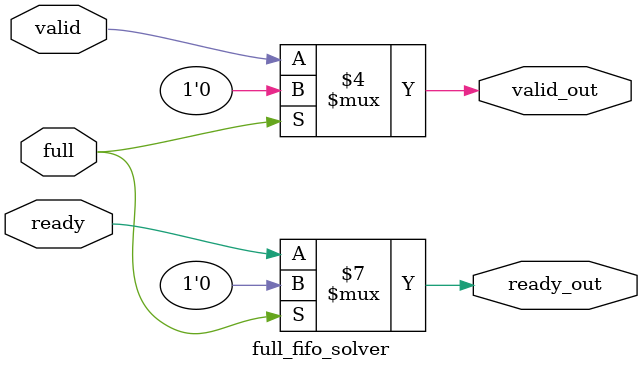
<source format=sv>
module full_fifo_solver (
input ready ,
input full , 
input valid ,
output reg valid_out , ready_out ) ; 




always @ (*)
begin
if (full)
ready_out = 0 ;
else 
ready_out = ready  ;
end





always @ (*)
begin
if (full)
valid_out = 0 ;
else 
valid_out = valid  ;
end







endmodule 
</source>
